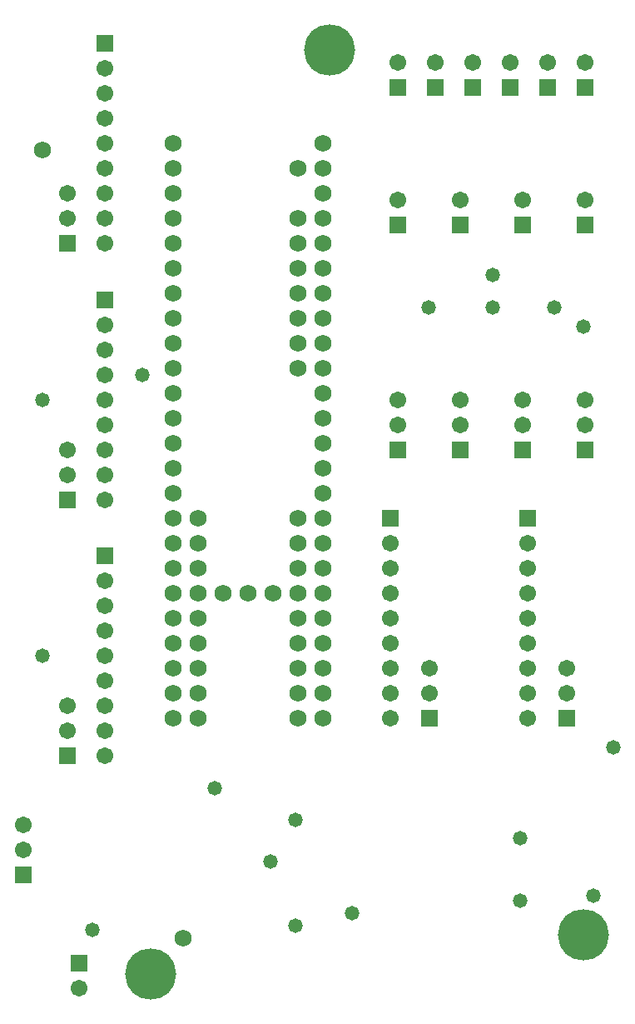
<source format=gbs>
G04*
G04 #@! TF.GenerationSoftware,Altium Limited,Altium Designer,18.0.9 (584)*
G04*
G04 Layer_Color=16711935*
%FSLAX25Y25*%
%MOIN*%
G70*
G01*
G75*
%ADD27C,0.06800*%
%ADD28R,0.06706X0.06706*%
%ADD29C,0.06706*%
%ADD30C,0.20485*%
%ADD31C,0.05800*%
D27*
X347500Y312500D02*
D03*
Y322500D02*
D03*
Y332500D02*
D03*
Y342500D02*
D03*
Y352500D02*
D03*
Y362500D02*
D03*
Y372500D02*
D03*
Y382500D02*
D03*
Y392500D02*
D03*
Y402500D02*
D03*
Y412500D02*
D03*
Y422500D02*
D03*
Y432500D02*
D03*
Y442500D02*
D03*
Y302500D02*
D03*
Y292500D02*
D03*
Y282500D02*
D03*
Y272500D02*
D03*
Y262500D02*
D03*
Y252500D02*
D03*
Y242500D02*
D03*
Y232500D02*
D03*
Y222500D02*
D03*
Y212500D02*
D03*
X407500D02*
D03*
Y222500D02*
D03*
Y232500D02*
D03*
Y242500D02*
D03*
Y252500D02*
D03*
Y262500D02*
D03*
Y272500D02*
D03*
Y282500D02*
D03*
Y292500D02*
D03*
Y302500D02*
D03*
Y312500D02*
D03*
Y322500D02*
D03*
Y332500D02*
D03*
Y342500D02*
D03*
Y352500D02*
D03*
Y362500D02*
D03*
Y372500D02*
D03*
Y382500D02*
D03*
Y392500D02*
D03*
Y402500D02*
D03*
Y412500D02*
D03*
Y422500D02*
D03*
Y432500D02*
D03*
Y442500D02*
D03*
X357500Y262500D02*
D03*
X367500D02*
D03*
X377500D02*
D03*
X387500D02*
D03*
X397500D02*
D03*
X357500Y292500D02*
D03*
Y282500D02*
D03*
Y272500D02*
D03*
Y252500D02*
D03*
Y242500D02*
D03*
Y232500D02*
D03*
Y222500D02*
D03*
Y212500D02*
D03*
X397500D02*
D03*
Y222500D02*
D03*
Y232500D02*
D03*
Y242500D02*
D03*
Y252500D02*
D03*
Y272500D02*
D03*
Y282500D02*
D03*
Y292500D02*
D03*
Y352500D02*
D03*
Y362500D02*
D03*
Y372500D02*
D03*
Y382500D02*
D03*
Y392500D02*
D03*
Y402500D02*
D03*
Y412500D02*
D03*
Y432500D02*
D03*
X351500Y124500D02*
D03*
X295000Y440000D02*
D03*
D28*
X309842Y114724D02*
D03*
X434500Y292500D02*
D03*
X450000Y212500D02*
D03*
X437500Y465000D02*
D03*
X287500Y150000D02*
D03*
X489500Y292500D02*
D03*
X505000Y212500D02*
D03*
X320000Y277500D02*
D03*
X305000Y197500D02*
D03*
X320000Y380000D02*
D03*
X305000Y300000D02*
D03*
X320000Y482500D02*
D03*
X305000Y402500D02*
D03*
X512500Y320000D02*
D03*
X487500D02*
D03*
X462500D02*
D03*
X437500D02*
D03*
X512500Y410000D02*
D03*
X487500D02*
D03*
X462500D02*
D03*
X437500D02*
D03*
X512500Y465000D02*
D03*
X482500D02*
D03*
X497500D02*
D03*
X452500D02*
D03*
X467500D02*
D03*
D29*
X309842Y104724D02*
D03*
X434500Y272500D02*
D03*
Y262500D02*
D03*
Y252500D02*
D03*
Y242500D02*
D03*
Y232500D02*
D03*
Y222500D02*
D03*
Y212500D02*
D03*
Y282500D02*
D03*
X450000Y222500D02*
D03*
Y232500D02*
D03*
X437500Y475000D02*
D03*
X287500Y160000D02*
D03*
Y170000D02*
D03*
X489500Y282500D02*
D03*
Y212500D02*
D03*
Y222500D02*
D03*
Y232500D02*
D03*
Y242500D02*
D03*
Y252500D02*
D03*
Y262500D02*
D03*
Y272500D02*
D03*
X505000Y232500D02*
D03*
Y222500D02*
D03*
X320000Y267500D02*
D03*
Y197500D02*
D03*
Y207500D02*
D03*
Y217500D02*
D03*
Y227500D02*
D03*
Y237500D02*
D03*
Y247500D02*
D03*
Y257500D02*
D03*
X305000Y217500D02*
D03*
Y207500D02*
D03*
X320000Y370000D02*
D03*
Y300000D02*
D03*
Y310000D02*
D03*
Y320000D02*
D03*
Y330000D02*
D03*
Y340000D02*
D03*
Y350000D02*
D03*
Y360000D02*
D03*
X305000Y320000D02*
D03*
Y310000D02*
D03*
X320000Y472500D02*
D03*
Y402500D02*
D03*
Y412500D02*
D03*
Y422500D02*
D03*
Y432500D02*
D03*
Y442500D02*
D03*
Y452500D02*
D03*
Y462500D02*
D03*
X305000Y422500D02*
D03*
Y412500D02*
D03*
X512500Y330000D02*
D03*
Y340000D02*
D03*
X487500Y330000D02*
D03*
Y340000D02*
D03*
X462500Y330000D02*
D03*
Y340000D02*
D03*
X437500Y330000D02*
D03*
Y340000D02*
D03*
X512500Y420000D02*
D03*
X487500D02*
D03*
X462500D02*
D03*
X437500D02*
D03*
X512500Y475000D02*
D03*
X482500D02*
D03*
X497500D02*
D03*
X452500D02*
D03*
X467500D02*
D03*
D30*
X511811Y125984D02*
D03*
X410000Y480000D02*
D03*
X338583Y110236D02*
D03*
D31*
X523622Y200787D02*
D03*
X515748Y141732D02*
D03*
X475394Y376969D02*
D03*
X511811Y369094D02*
D03*
X500000Y376969D02*
D03*
X449803D02*
D03*
X475394Y389764D02*
D03*
X314961Y127953D02*
D03*
X386400Y155400D02*
D03*
X335000Y350000D02*
D03*
X396500Y129500D02*
D03*
X486500Y164500D02*
D03*
Y139500D02*
D03*
X419000Y134500D02*
D03*
X364000Y184500D02*
D03*
X396500Y172000D02*
D03*
X295000Y340000D02*
D03*
Y237500D02*
D03*
M02*

</source>
